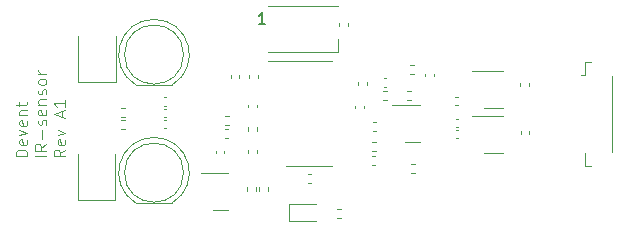
<source format=gbr>
%TF.GenerationSoftware,KiCad,Pcbnew,7.0.10+1*%
%TF.CreationDate,2024-03-12T10:53:23+01:00*%
%TF.ProjectId,IR-sensor,49522d73-656e-4736-9f72-2e6b69636164,rev?*%
%TF.SameCoordinates,Original*%
%TF.FileFunction,Legend,Top*%
%TF.FilePolarity,Positive*%
%FSLAX46Y46*%
G04 Gerber Fmt 4.6, Leading zero omitted, Abs format (unit mm)*
G04 Created by KiCad (PCBNEW 7.0.10+1) date 2024-03-12 10:53:23*
%MOMM*%
%LPD*%
G01*
G04 APERTURE LIST*
%ADD10C,0.100000*%
%ADD11C,0.150000*%
%ADD12C,0.120000*%
G04 APERTURE END LIST*
D10*
X51812419Y-63616115D02*
X50812419Y-63616115D01*
X50812419Y-63616115D02*
X50812419Y-63378020D01*
X50812419Y-63378020D02*
X50860038Y-63235163D01*
X50860038Y-63235163D02*
X50955276Y-63139925D01*
X50955276Y-63139925D02*
X51050514Y-63092306D01*
X51050514Y-63092306D02*
X51240990Y-63044687D01*
X51240990Y-63044687D02*
X51383847Y-63044687D01*
X51383847Y-63044687D02*
X51574323Y-63092306D01*
X51574323Y-63092306D02*
X51669561Y-63139925D01*
X51669561Y-63139925D02*
X51764800Y-63235163D01*
X51764800Y-63235163D02*
X51812419Y-63378020D01*
X51812419Y-63378020D02*
X51812419Y-63616115D01*
X51764800Y-62235163D02*
X51812419Y-62330401D01*
X51812419Y-62330401D02*
X51812419Y-62520877D01*
X51812419Y-62520877D02*
X51764800Y-62616115D01*
X51764800Y-62616115D02*
X51669561Y-62663734D01*
X51669561Y-62663734D02*
X51288609Y-62663734D01*
X51288609Y-62663734D02*
X51193371Y-62616115D01*
X51193371Y-62616115D02*
X51145752Y-62520877D01*
X51145752Y-62520877D02*
X51145752Y-62330401D01*
X51145752Y-62330401D02*
X51193371Y-62235163D01*
X51193371Y-62235163D02*
X51288609Y-62187544D01*
X51288609Y-62187544D02*
X51383847Y-62187544D01*
X51383847Y-62187544D02*
X51479085Y-62663734D01*
X51145752Y-61854210D02*
X51812419Y-61616115D01*
X51812419Y-61616115D02*
X51145752Y-61378020D01*
X51764800Y-60616115D02*
X51812419Y-60711353D01*
X51812419Y-60711353D02*
X51812419Y-60901829D01*
X51812419Y-60901829D02*
X51764800Y-60997067D01*
X51764800Y-60997067D02*
X51669561Y-61044686D01*
X51669561Y-61044686D02*
X51288609Y-61044686D01*
X51288609Y-61044686D02*
X51193371Y-60997067D01*
X51193371Y-60997067D02*
X51145752Y-60901829D01*
X51145752Y-60901829D02*
X51145752Y-60711353D01*
X51145752Y-60711353D02*
X51193371Y-60616115D01*
X51193371Y-60616115D02*
X51288609Y-60568496D01*
X51288609Y-60568496D02*
X51383847Y-60568496D01*
X51383847Y-60568496D02*
X51479085Y-61044686D01*
X51145752Y-60139924D02*
X51812419Y-60139924D01*
X51240990Y-60139924D02*
X51193371Y-60092305D01*
X51193371Y-60092305D02*
X51145752Y-59997067D01*
X51145752Y-59997067D02*
X51145752Y-59854210D01*
X51145752Y-59854210D02*
X51193371Y-59758972D01*
X51193371Y-59758972D02*
X51288609Y-59711353D01*
X51288609Y-59711353D02*
X51812419Y-59711353D01*
X51145752Y-59378019D02*
X51145752Y-58997067D01*
X50812419Y-59235162D02*
X51669561Y-59235162D01*
X51669561Y-59235162D02*
X51764800Y-59187543D01*
X51764800Y-59187543D02*
X51812419Y-59092305D01*
X51812419Y-59092305D02*
X51812419Y-58997067D01*
X53422419Y-63616115D02*
X52422419Y-63616115D01*
X53422419Y-62568497D02*
X52946228Y-62901830D01*
X53422419Y-63139925D02*
X52422419Y-63139925D01*
X52422419Y-63139925D02*
X52422419Y-62758973D01*
X52422419Y-62758973D02*
X52470038Y-62663735D01*
X52470038Y-62663735D02*
X52517657Y-62616116D01*
X52517657Y-62616116D02*
X52612895Y-62568497D01*
X52612895Y-62568497D02*
X52755752Y-62568497D01*
X52755752Y-62568497D02*
X52850990Y-62616116D01*
X52850990Y-62616116D02*
X52898609Y-62663735D01*
X52898609Y-62663735D02*
X52946228Y-62758973D01*
X52946228Y-62758973D02*
X52946228Y-63139925D01*
X53041466Y-62139925D02*
X53041466Y-61378021D01*
X53374800Y-60949449D02*
X53422419Y-60854211D01*
X53422419Y-60854211D02*
X53422419Y-60663735D01*
X53422419Y-60663735D02*
X53374800Y-60568497D01*
X53374800Y-60568497D02*
X53279561Y-60520878D01*
X53279561Y-60520878D02*
X53231942Y-60520878D01*
X53231942Y-60520878D02*
X53136704Y-60568497D01*
X53136704Y-60568497D02*
X53089085Y-60663735D01*
X53089085Y-60663735D02*
X53089085Y-60806592D01*
X53089085Y-60806592D02*
X53041466Y-60901830D01*
X53041466Y-60901830D02*
X52946228Y-60949449D01*
X52946228Y-60949449D02*
X52898609Y-60949449D01*
X52898609Y-60949449D02*
X52803371Y-60901830D01*
X52803371Y-60901830D02*
X52755752Y-60806592D01*
X52755752Y-60806592D02*
X52755752Y-60663735D01*
X52755752Y-60663735D02*
X52803371Y-60568497D01*
X53374800Y-59711354D02*
X53422419Y-59806592D01*
X53422419Y-59806592D02*
X53422419Y-59997068D01*
X53422419Y-59997068D02*
X53374800Y-60092306D01*
X53374800Y-60092306D02*
X53279561Y-60139925D01*
X53279561Y-60139925D02*
X52898609Y-60139925D01*
X52898609Y-60139925D02*
X52803371Y-60092306D01*
X52803371Y-60092306D02*
X52755752Y-59997068D01*
X52755752Y-59997068D02*
X52755752Y-59806592D01*
X52755752Y-59806592D02*
X52803371Y-59711354D01*
X52803371Y-59711354D02*
X52898609Y-59663735D01*
X52898609Y-59663735D02*
X52993847Y-59663735D01*
X52993847Y-59663735D02*
X53089085Y-60139925D01*
X52755752Y-59235163D02*
X53422419Y-59235163D01*
X52850990Y-59235163D02*
X52803371Y-59187544D01*
X52803371Y-59187544D02*
X52755752Y-59092306D01*
X52755752Y-59092306D02*
X52755752Y-58949449D01*
X52755752Y-58949449D02*
X52803371Y-58854211D01*
X52803371Y-58854211D02*
X52898609Y-58806592D01*
X52898609Y-58806592D02*
X53422419Y-58806592D01*
X53374800Y-58378020D02*
X53422419Y-58282782D01*
X53422419Y-58282782D02*
X53422419Y-58092306D01*
X53422419Y-58092306D02*
X53374800Y-57997068D01*
X53374800Y-57997068D02*
X53279561Y-57949449D01*
X53279561Y-57949449D02*
X53231942Y-57949449D01*
X53231942Y-57949449D02*
X53136704Y-57997068D01*
X53136704Y-57997068D02*
X53089085Y-58092306D01*
X53089085Y-58092306D02*
X53089085Y-58235163D01*
X53089085Y-58235163D02*
X53041466Y-58330401D01*
X53041466Y-58330401D02*
X52946228Y-58378020D01*
X52946228Y-58378020D02*
X52898609Y-58378020D01*
X52898609Y-58378020D02*
X52803371Y-58330401D01*
X52803371Y-58330401D02*
X52755752Y-58235163D01*
X52755752Y-58235163D02*
X52755752Y-58092306D01*
X52755752Y-58092306D02*
X52803371Y-57997068D01*
X53422419Y-57378020D02*
X53374800Y-57473258D01*
X53374800Y-57473258D02*
X53327180Y-57520877D01*
X53327180Y-57520877D02*
X53231942Y-57568496D01*
X53231942Y-57568496D02*
X52946228Y-57568496D01*
X52946228Y-57568496D02*
X52850990Y-57520877D01*
X52850990Y-57520877D02*
X52803371Y-57473258D01*
X52803371Y-57473258D02*
X52755752Y-57378020D01*
X52755752Y-57378020D02*
X52755752Y-57235163D01*
X52755752Y-57235163D02*
X52803371Y-57139925D01*
X52803371Y-57139925D02*
X52850990Y-57092306D01*
X52850990Y-57092306D02*
X52946228Y-57044687D01*
X52946228Y-57044687D02*
X53231942Y-57044687D01*
X53231942Y-57044687D02*
X53327180Y-57092306D01*
X53327180Y-57092306D02*
X53374800Y-57139925D01*
X53374800Y-57139925D02*
X53422419Y-57235163D01*
X53422419Y-57235163D02*
X53422419Y-57378020D01*
X53422419Y-56616115D02*
X52755752Y-56616115D01*
X52946228Y-56616115D02*
X52850990Y-56568496D01*
X52850990Y-56568496D02*
X52803371Y-56520877D01*
X52803371Y-56520877D02*
X52755752Y-56425639D01*
X52755752Y-56425639D02*
X52755752Y-56330401D01*
X55032419Y-63044687D02*
X54556228Y-63378020D01*
X55032419Y-63616115D02*
X54032419Y-63616115D01*
X54032419Y-63616115D02*
X54032419Y-63235163D01*
X54032419Y-63235163D02*
X54080038Y-63139925D01*
X54080038Y-63139925D02*
X54127657Y-63092306D01*
X54127657Y-63092306D02*
X54222895Y-63044687D01*
X54222895Y-63044687D02*
X54365752Y-63044687D01*
X54365752Y-63044687D02*
X54460990Y-63092306D01*
X54460990Y-63092306D02*
X54508609Y-63139925D01*
X54508609Y-63139925D02*
X54556228Y-63235163D01*
X54556228Y-63235163D02*
X54556228Y-63616115D01*
X54984800Y-62235163D02*
X55032419Y-62330401D01*
X55032419Y-62330401D02*
X55032419Y-62520877D01*
X55032419Y-62520877D02*
X54984800Y-62616115D01*
X54984800Y-62616115D02*
X54889561Y-62663734D01*
X54889561Y-62663734D02*
X54508609Y-62663734D01*
X54508609Y-62663734D02*
X54413371Y-62616115D01*
X54413371Y-62616115D02*
X54365752Y-62520877D01*
X54365752Y-62520877D02*
X54365752Y-62330401D01*
X54365752Y-62330401D02*
X54413371Y-62235163D01*
X54413371Y-62235163D02*
X54508609Y-62187544D01*
X54508609Y-62187544D02*
X54603847Y-62187544D01*
X54603847Y-62187544D02*
X54699085Y-62663734D01*
X54365752Y-61854210D02*
X55032419Y-61616115D01*
X55032419Y-61616115D02*
X54365752Y-61378020D01*
X54746704Y-60282781D02*
X54746704Y-59806591D01*
X55032419Y-60378019D02*
X54032419Y-60044686D01*
X54032419Y-60044686D02*
X55032419Y-59711353D01*
X55032419Y-58854210D02*
X55032419Y-59425638D01*
X55032419Y-59139924D02*
X54032419Y-59139924D01*
X54032419Y-59139924D02*
X54175276Y-59235162D01*
X54175276Y-59235162D02*
X54270514Y-59330400D01*
X54270514Y-59330400D02*
X54318133Y-59425638D01*
D11*
X71965714Y-52414819D02*
X71394286Y-52414819D01*
X71680000Y-52414819D02*
X71680000Y-51414819D01*
X71680000Y-51414819D02*
X71584762Y-51557676D01*
X71584762Y-51557676D02*
X71489524Y-51652914D01*
X71489524Y-51652914D02*
X71394286Y-51700533D01*
D12*
%TO.C,D3*%
X73955000Y-67615000D02*
X73955000Y-69085000D01*
X73955000Y-69085000D02*
X76240000Y-69085000D01*
X76240000Y-67615000D02*
X73955000Y-67615000D01*
%TO.C,J1*%
X99515000Y-55615000D02*
X99065000Y-55615000D01*
X99065000Y-55615000D02*
X99065000Y-56715000D01*
X99065000Y-56715000D02*
X98675000Y-56715000D01*
X101285000Y-56785000D02*
X101285000Y-63265000D01*
X99515000Y-64435000D02*
X99065000Y-64435000D01*
X99065000Y-64435000D02*
X99065000Y-63335000D01*
%TO.C,D4*%
X72230000Y-50885000D02*
X78130000Y-50885000D01*
X72230000Y-54785000D02*
X78130000Y-54785000D01*
X78130000Y-54785000D02*
X78130000Y-53710000D01*
%TO.C,R3*%
X71255000Y-61171359D02*
X71255000Y-61478641D01*
X70495000Y-61171359D02*
X70495000Y-61478641D01*
%TO.C,C7*%
X63582836Y-60305000D02*
X63367164Y-60305000D01*
X63582836Y-59585000D02*
X63367164Y-59585000D01*
%TO.C,D5*%
X60990000Y-57565000D02*
X64080000Y-57565000D01*
X62535462Y-52015001D02*
G75*
G03*
X60990170Y-57564999I-462J-2989999D01*
G01*
X64079830Y-57565000D02*
G75*
G03*
X62534538Y-52015000I-1544830J2560000D01*
G01*
X65035000Y-55005000D02*
G75*
G03*
X60035000Y-55005000I-2500000J0D01*
G01*
X60035000Y-55005000D02*
G75*
G03*
X65035000Y-55005000I2500000J0D01*
G01*
%TO.C,C5*%
X94285000Y-57417164D02*
X94285000Y-57632836D01*
X93565000Y-57417164D02*
X93565000Y-57632836D01*
%TO.C,R12*%
X71455000Y-66548641D02*
X71455000Y-66241359D01*
X72215000Y-66548641D02*
X72215000Y-66241359D01*
%TO.C,R9*%
X59776359Y-60560000D02*
X60083641Y-60560000D01*
X59776359Y-61320000D02*
X60083641Y-61320000D01*
%TO.C,U1*%
X75625000Y-55565000D02*
X72175000Y-55565000D01*
X75625000Y-55565000D02*
X77575000Y-55565000D01*
X75625000Y-64435000D02*
X73675000Y-64435000D01*
X75625000Y-64435000D02*
X77575000Y-64435000D01*
%TO.C,U2*%
X91265000Y-56435000D02*
X89465000Y-56435000D01*
X91265000Y-56435000D02*
X92065000Y-56435000D01*
X91265000Y-59555000D02*
X90465000Y-59555000D01*
X91265000Y-59555000D02*
X92065000Y-59555000D01*
%TO.C,Q1*%
X68190000Y-65010000D02*
X66515000Y-65010000D01*
X68190000Y-65010000D02*
X68840000Y-65010000D01*
X68190000Y-68130000D02*
X67540000Y-68130000D01*
X68190000Y-68130000D02*
X68840000Y-68130000D01*
%TO.C,R13*%
X78071359Y-68055000D02*
X78378641Y-68055000D01*
X78071359Y-68815000D02*
X78378641Y-68815000D01*
%TO.C,R1*%
X70565000Y-57028641D02*
X70565000Y-56721359D01*
X71325000Y-57028641D02*
X71325000Y-56721359D01*
%TO.C,R18*%
X84523641Y-56675000D02*
X84216359Y-56675000D01*
X84523641Y-55915000D02*
X84216359Y-55915000D01*
%TO.C,C18*%
X88077164Y-60425000D02*
X88292836Y-60425000D01*
X88077164Y-61145000D02*
X88292836Y-61145000D01*
%TO.C,R7*%
X84293641Y-58840000D02*
X83986359Y-58840000D01*
X84293641Y-58080000D02*
X83986359Y-58080000D01*
%TO.C,R11*%
X59761359Y-59565000D02*
X60068641Y-59565000D01*
X59761359Y-60325000D02*
X60068641Y-60325000D01*
%TO.C,Q2*%
X84395000Y-59315000D02*
X82720000Y-59315000D01*
X84395000Y-59315000D02*
X85045000Y-59315000D01*
X84395000Y-62435000D02*
X83745000Y-62435000D01*
X84395000Y-62435000D02*
X85045000Y-62435000D01*
%TO.C,C13*%
X82212836Y-57745000D02*
X81997164Y-57745000D01*
X82212836Y-57025000D02*
X81997164Y-57025000D01*
%TO.C,D1*%
X56085000Y-67285000D02*
X59255000Y-67285000D01*
X59255000Y-67285000D02*
X59255000Y-63400000D01*
X56085000Y-63400000D02*
X56085000Y-67285000D01*
%TO.C,R8*%
X70445000Y-66558641D02*
X70445000Y-66251359D01*
X71205000Y-66558641D02*
X71205000Y-66251359D01*
%TO.C,D6*%
X60990000Y-67565000D02*
X64080000Y-67565000D01*
X62535462Y-62015001D02*
G75*
G03*
X60990170Y-67564999I-462J-2989999D01*
G01*
X64079830Y-67565000D02*
G75*
G03*
X62534538Y-62015000I-1544830J2560000D01*
G01*
X65035000Y-65005000D02*
G75*
G03*
X60035000Y-65005000I-2500000J0D01*
G01*
X60035000Y-65005000D02*
G75*
G03*
X65035000Y-65005000I2500000J0D01*
G01*
%TO.C,R16*%
X79845000Y-57598641D02*
X79845000Y-57291359D01*
X80605000Y-57598641D02*
X80605000Y-57291359D01*
%TO.C,R14*%
X68577359Y-60247000D02*
X68884641Y-60247000D01*
X68577359Y-61007000D02*
X68884641Y-61007000D01*
%TO.C,R6*%
X84613641Y-65015000D02*
X84306359Y-65015000D01*
X84613641Y-64255000D02*
X84306359Y-64255000D01*
%TO.C,C9*%
X81087164Y-60745000D02*
X81302836Y-60745000D01*
X81087164Y-61465000D02*
X81302836Y-61465000D01*
%TO.C,R4*%
X80971359Y-63585000D02*
X81278641Y-63585000D01*
X80971359Y-64345000D02*
X81278641Y-64345000D01*
%TO.C,C8*%
X75607164Y-65155000D02*
X75822836Y-65155000D01*
X75607164Y-65875000D02*
X75822836Y-65875000D01*
%TO.C,D2*%
X56115000Y-57285000D02*
X59285000Y-57285000D01*
X59285000Y-57285000D02*
X59285000Y-53400000D01*
X56115000Y-53400000D02*
X56115000Y-57285000D01*
%TO.C,C3*%
X78945000Y-52347164D02*
X78945000Y-52562836D01*
X78225000Y-52347164D02*
X78225000Y-52562836D01*
%TO.C,R17*%
X82248641Y-58865000D02*
X81941359Y-58865000D01*
X82248641Y-58105000D02*
X81941359Y-58105000D01*
%TO.C,C16*%
X88077164Y-61365000D02*
X88292836Y-61365000D01*
X88077164Y-62085000D02*
X88292836Y-62085000D01*
%TO.C,C1*%
X69025000Y-56972836D02*
X69025000Y-56757164D01*
X69745000Y-56972836D02*
X69745000Y-56757164D01*
%TO.C,C2*%
X71225000Y-59237164D02*
X71225000Y-59452836D01*
X70505000Y-59237164D02*
X70505000Y-59452836D01*
%TO.C,R15*%
X68521359Y-61295000D02*
X68828641Y-61295000D01*
X68521359Y-62055000D02*
X68828641Y-62055000D01*
%TO.C,R2*%
X71245000Y-63071359D02*
X71245000Y-63378641D01*
X70485000Y-63071359D02*
X70485000Y-63378641D01*
%TO.C,C12*%
X88057164Y-58595000D02*
X88272836Y-58595000D01*
X88057164Y-59315000D02*
X88272836Y-59315000D01*
%TO.C,C11*%
X86215000Y-56612164D02*
X86215000Y-56827836D01*
X85495000Y-56612164D02*
X85495000Y-56827836D01*
%TO.C,C4*%
X63582836Y-61255000D02*
X63367164Y-61255000D01*
X63582836Y-60535000D02*
X63367164Y-60535000D01*
%TO.C,C6*%
X68500000Y-63152164D02*
X68500000Y-63367836D01*
X67780000Y-63152164D02*
X67780000Y-63367836D01*
%TO.C,R5*%
X81031359Y-62415000D02*
X81338641Y-62415000D01*
X81031359Y-63175000D02*
X81338641Y-63175000D01*
%TO.C,C14*%
X63572836Y-59345000D02*
X63357164Y-59345000D01*
X63572836Y-58625000D02*
X63357164Y-58625000D01*
%TO.C,C10*%
X80285000Y-59337164D02*
X80285000Y-59552836D01*
X79565000Y-59337164D02*
X79565000Y-59552836D01*
%TO.C,U4*%
X91285000Y-60205000D02*
X89485000Y-60205000D01*
X91285000Y-60205000D02*
X92085000Y-60205000D01*
X91285000Y-63325000D02*
X90485000Y-63325000D01*
X91285000Y-63325000D02*
X92085000Y-63325000D01*
%TO.C,C17*%
X93595000Y-61712836D02*
X93595000Y-61497164D01*
X94315000Y-61712836D02*
X94315000Y-61497164D01*
%TD*%
M02*

</source>
